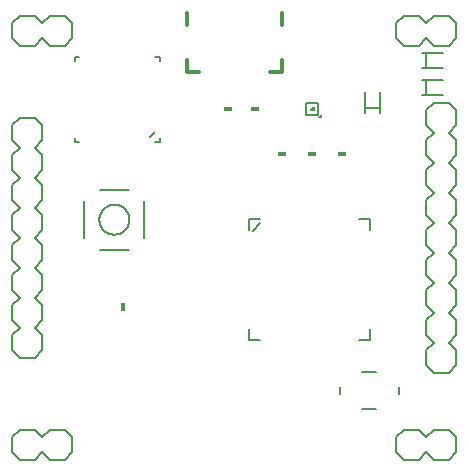
<source format=gto>
G75*
%MOIN*%
%OFA0B0*%
%FSLAX25Y25*%
%IPPOS*%
%LPD*%
%AMOC8*
5,1,8,0,0,1.08239X$1,22.5*
%
%ADD10C,0.00500*%
%ADD11C,0.00800*%
%ADD12C,0.01200*%
%ADD13R,0.01800X0.03000*%
%ADD14R,0.03000X0.01800*%
%ADD15C,0.00600*%
D10*
X0406500Y0321500D02*
X0410500Y0321500D01*
X0410500Y0325500D01*
X0406500Y0325500D01*
X0406500Y0321500D01*
X0408106Y0323106D02*
X0408894Y0323106D01*
X0408894Y0323894D01*
X0408106Y0323106D01*
X0410665Y0320547D02*
X0411453Y0320547D01*
X0411453Y0321335D01*
D11*
X0308500Y0209000D02*
X0311000Y0206500D01*
X0316000Y0206500D01*
X0318500Y0209000D01*
X0321000Y0206500D01*
X0326000Y0206500D01*
X0328500Y0209000D01*
X0328500Y0214000D01*
X0326000Y0216500D01*
X0321000Y0216500D01*
X0318500Y0214000D01*
X0316000Y0216500D01*
X0311000Y0216500D01*
X0308500Y0214000D01*
X0308500Y0209000D01*
X0311000Y0240500D02*
X0308500Y0243000D01*
X0308500Y0248000D01*
X0311000Y0250500D01*
X0308500Y0253000D01*
X0308500Y0258000D01*
X0311000Y0260500D01*
X0308500Y0263000D01*
X0308500Y0268000D01*
X0311000Y0270500D01*
X0308500Y0273000D01*
X0308500Y0278000D01*
X0311000Y0280500D01*
X0308500Y0283000D01*
X0308500Y0288000D01*
X0311000Y0290500D01*
X0308500Y0293000D01*
X0308500Y0298000D01*
X0311000Y0300500D01*
X0308500Y0303000D01*
X0308500Y0308000D01*
X0311000Y0310500D01*
X0308500Y0313000D01*
X0308500Y0318000D01*
X0311000Y0320500D01*
X0316000Y0320500D01*
X0318500Y0318000D01*
X0318500Y0313000D01*
X0316000Y0310500D01*
X0318500Y0308000D01*
X0318500Y0303000D01*
X0316000Y0300500D01*
X0318500Y0298000D01*
X0318500Y0293000D01*
X0316000Y0290500D01*
X0318500Y0288000D01*
X0318500Y0283000D01*
X0316000Y0280500D01*
X0318500Y0278000D01*
X0318500Y0273000D01*
X0316000Y0270500D01*
X0318500Y0268000D01*
X0318500Y0263000D01*
X0316000Y0260500D01*
X0318500Y0258000D01*
X0318500Y0253000D01*
X0316000Y0250500D01*
X0318500Y0248000D01*
X0318500Y0243000D01*
X0316000Y0240500D01*
X0311000Y0240500D01*
X0337618Y0276500D02*
X0347382Y0276500D01*
X0352500Y0280437D02*
X0352500Y0292563D01*
X0347500Y0296500D02*
X0337618Y0296500D01*
X0332500Y0292563D02*
X0332500Y0280437D01*
X0337500Y0286500D02*
X0337502Y0286641D01*
X0337508Y0286782D01*
X0337518Y0286922D01*
X0337532Y0287062D01*
X0337550Y0287202D01*
X0337571Y0287341D01*
X0337597Y0287480D01*
X0337626Y0287618D01*
X0337660Y0287754D01*
X0337697Y0287890D01*
X0337738Y0288025D01*
X0337783Y0288159D01*
X0337832Y0288291D01*
X0337884Y0288422D01*
X0337940Y0288551D01*
X0338000Y0288678D01*
X0338063Y0288804D01*
X0338129Y0288928D01*
X0338200Y0289051D01*
X0338273Y0289171D01*
X0338350Y0289289D01*
X0338430Y0289405D01*
X0338514Y0289518D01*
X0338600Y0289629D01*
X0338690Y0289738D01*
X0338783Y0289844D01*
X0338878Y0289947D01*
X0338977Y0290048D01*
X0339078Y0290146D01*
X0339182Y0290241D01*
X0339289Y0290333D01*
X0339398Y0290422D01*
X0339510Y0290507D01*
X0339624Y0290590D01*
X0339740Y0290670D01*
X0339859Y0290746D01*
X0339980Y0290818D01*
X0340102Y0290888D01*
X0340227Y0290953D01*
X0340353Y0291016D01*
X0340481Y0291074D01*
X0340611Y0291129D01*
X0340742Y0291181D01*
X0340875Y0291228D01*
X0341009Y0291272D01*
X0341144Y0291313D01*
X0341280Y0291349D01*
X0341417Y0291381D01*
X0341555Y0291410D01*
X0341693Y0291435D01*
X0341833Y0291455D01*
X0341973Y0291472D01*
X0342113Y0291485D01*
X0342254Y0291494D01*
X0342394Y0291499D01*
X0342535Y0291500D01*
X0342676Y0291497D01*
X0342817Y0291490D01*
X0342957Y0291479D01*
X0343097Y0291464D01*
X0343237Y0291445D01*
X0343376Y0291423D01*
X0343514Y0291396D01*
X0343652Y0291366D01*
X0343788Y0291331D01*
X0343924Y0291293D01*
X0344058Y0291251D01*
X0344192Y0291205D01*
X0344324Y0291156D01*
X0344454Y0291102D01*
X0344583Y0291045D01*
X0344710Y0290985D01*
X0344836Y0290921D01*
X0344959Y0290853D01*
X0345081Y0290782D01*
X0345201Y0290708D01*
X0345318Y0290630D01*
X0345433Y0290549D01*
X0345546Y0290465D01*
X0345657Y0290378D01*
X0345765Y0290287D01*
X0345870Y0290194D01*
X0345973Y0290097D01*
X0346073Y0289998D01*
X0346170Y0289896D01*
X0346264Y0289791D01*
X0346355Y0289684D01*
X0346443Y0289574D01*
X0346528Y0289462D01*
X0346610Y0289347D01*
X0346689Y0289230D01*
X0346764Y0289111D01*
X0346836Y0288990D01*
X0346904Y0288867D01*
X0346969Y0288742D01*
X0347031Y0288615D01*
X0347088Y0288486D01*
X0347143Y0288356D01*
X0347193Y0288225D01*
X0347240Y0288092D01*
X0347283Y0287958D01*
X0347322Y0287822D01*
X0347357Y0287686D01*
X0347389Y0287549D01*
X0347416Y0287411D01*
X0347440Y0287272D01*
X0347460Y0287132D01*
X0347476Y0286992D01*
X0347488Y0286852D01*
X0347496Y0286711D01*
X0347500Y0286570D01*
X0347500Y0286430D01*
X0347496Y0286289D01*
X0347488Y0286148D01*
X0347476Y0286008D01*
X0347460Y0285868D01*
X0347440Y0285728D01*
X0347416Y0285589D01*
X0347389Y0285451D01*
X0347357Y0285314D01*
X0347322Y0285178D01*
X0347283Y0285042D01*
X0347240Y0284908D01*
X0347193Y0284775D01*
X0347143Y0284644D01*
X0347088Y0284514D01*
X0347031Y0284385D01*
X0346969Y0284258D01*
X0346904Y0284133D01*
X0346836Y0284010D01*
X0346764Y0283889D01*
X0346689Y0283770D01*
X0346610Y0283653D01*
X0346528Y0283538D01*
X0346443Y0283426D01*
X0346355Y0283316D01*
X0346264Y0283209D01*
X0346170Y0283104D01*
X0346073Y0283002D01*
X0345973Y0282903D01*
X0345870Y0282806D01*
X0345765Y0282713D01*
X0345657Y0282622D01*
X0345546Y0282535D01*
X0345433Y0282451D01*
X0345318Y0282370D01*
X0345201Y0282292D01*
X0345081Y0282218D01*
X0344959Y0282147D01*
X0344836Y0282079D01*
X0344710Y0282015D01*
X0344583Y0281955D01*
X0344454Y0281898D01*
X0344324Y0281844D01*
X0344192Y0281795D01*
X0344058Y0281749D01*
X0343924Y0281707D01*
X0343788Y0281669D01*
X0343652Y0281634D01*
X0343514Y0281604D01*
X0343376Y0281577D01*
X0343237Y0281555D01*
X0343097Y0281536D01*
X0342957Y0281521D01*
X0342817Y0281510D01*
X0342676Y0281503D01*
X0342535Y0281500D01*
X0342394Y0281501D01*
X0342254Y0281506D01*
X0342113Y0281515D01*
X0341973Y0281528D01*
X0341833Y0281545D01*
X0341693Y0281565D01*
X0341555Y0281590D01*
X0341417Y0281619D01*
X0341280Y0281651D01*
X0341144Y0281687D01*
X0341009Y0281728D01*
X0340875Y0281772D01*
X0340742Y0281819D01*
X0340611Y0281871D01*
X0340481Y0281926D01*
X0340353Y0281984D01*
X0340227Y0282047D01*
X0340102Y0282112D01*
X0339980Y0282182D01*
X0339859Y0282254D01*
X0339740Y0282330D01*
X0339624Y0282410D01*
X0339510Y0282493D01*
X0339398Y0282578D01*
X0339289Y0282667D01*
X0339182Y0282759D01*
X0339078Y0282854D01*
X0338977Y0282952D01*
X0338878Y0283053D01*
X0338783Y0283156D01*
X0338690Y0283262D01*
X0338600Y0283371D01*
X0338514Y0283482D01*
X0338430Y0283595D01*
X0338350Y0283711D01*
X0338273Y0283829D01*
X0338200Y0283949D01*
X0338129Y0284072D01*
X0338063Y0284196D01*
X0338000Y0284322D01*
X0337940Y0284449D01*
X0337884Y0284578D01*
X0337832Y0284709D01*
X0337783Y0284841D01*
X0337738Y0284975D01*
X0337697Y0285110D01*
X0337660Y0285246D01*
X0337626Y0285382D01*
X0337597Y0285520D01*
X0337571Y0285659D01*
X0337550Y0285798D01*
X0337532Y0285938D01*
X0337518Y0286078D01*
X0337508Y0286218D01*
X0337502Y0286359D01*
X0337500Y0286500D01*
X0326000Y0344500D02*
X0321000Y0344500D01*
X0318500Y0347000D01*
X0316000Y0344500D01*
X0311000Y0344500D01*
X0308500Y0347000D01*
X0308500Y0352000D01*
X0311000Y0354500D01*
X0316000Y0354500D01*
X0318500Y0352000D01*
X0321000Y0354500D01*
X0326000Y0354500D01*
X0328500Y0352000D01*
X0328500Y0347000D01*
X0326000Y0344500D01*
X0425941Y0329043D02*
X0425941Y0323531D01*
X0431059Y0323531D01*
X0431059Y0329043D01*
X0431059Y0323531D02*
X0431059Y0321957D01*
X0425941Y0321957D02*
X0425941Y0323531D01*
X0444957Y0327941D02*
X0446531Y0327941D01*
X0446531Y0333059D01*
X0452043Y0333059D01*
X0452043Y0336941D02*
X0446531Y0336941D01*
X0446531Y0342059D01*
X0452043Y0342059D01*
X0454000Y0344500D02*
X0449000Y0344500D01*
X0446500Y0347000D01*
X0444000Y0344500D01*
X0439000Y0344500D01*
X0436500Y0347000D01*
X0436500Y0352000D01*
X0439000Y0354500D01*
X0444000Y0354500D01*
X0446500Y0352000D01*
X0449000Y0354500D01*
X0454000Y0354500D01*
X0456500Y0352000D01*
X0456500Y0347000D01*
X0454000Y0344500D01*
X0446531Y0342059D02*
X0444957Y0342059D01*
X0444957Y0336941D02*
X0446531Y0336941D01*
X0446531Y0333059D02*
X0444957Y0333059D01*
X0446531Y0327941D02*
X0452043Y0327941D01*
X0454000Y0325500D02*
X0449000Y0325500D01*
X0446500Y0323000D01*
X0446500Y0318000D01*
X0449000Y0315500D01*
X0446500Y0313000D01*
X0446500Y0308000D01*
X0449000Y0305500D01*
X0446500Y0303000D01*
X0446500Y0298000D01*
X0449000Y0295500D01*
X0446500Y0293000D01*
X0446500Y0288000D01*
X0449000Y0285500D01*
X0446500Y0283000D01*
X0446500Y0278000D01*
X0449000Y0275500D01*
X0446500Y0273000D01*
X0446500Y0268000D01*
X0449000Y0265500D01*
X0446500Y0263000D01*
X0446500Y0258000D01*
X0449000Y0255500D01*
X0446500Y0253000D01*
X0446500Y0248000D01*
X0449000Y0245500D01*
X0446500Y0243000D01*
X0446500Y0238000D01*
X0449000Y0235500D01*
X0454000Y0235500D01*
X0456500Y0238000D01*
X0456500Y0243000D01*
X0454000Y0245500D01*
X0456500Y0248000D01*
X0456500Y0253000D01*
X0454000Y0255500D01*
X0456500Y0258000D01*
X0456500Y0263000D01*
X0454000Y0265500D01*
X0456500Y0268000D01*
X0456500Y0273000D01*
X0454000Y0275500D01*
X0456500Y0278000D01*
X0456500Y0283000D01*
X0454000Y0285500D01*
X0456500Y0288000D01*
X0456500Y0293000D01*
X0454000Y0295500D01*
X0456500Y0298000D01*
X0456500Y0303000D01*
X0454000Y0305500D01*
X0456500Y0308000D01*
X0456500Y0313000D01*
X0454000Y0315500D01*
X0456500Y0318000D01*
X0456500Y0323000D01*
X0454000Y0325500D01*
X0429862Y0235799D02*
X0425138Y0235799D01*
X0417657Y0230681D02*
X0417657Y0228319D01*
X0425138Y0223201D02*
X0429862Y0223201D01*
X0437343Y0228319D02*
X0437343Y0230681D01*
X0439000Y0216500D02*
X0436500Y0214000D01*
X0436500Y0209000D01*
X0439000Y0206500D01*
X0444000Y0206500D01*
X0446500Y0209000D01*
X0449000Y0206500D01*
X0454000Y0206500D01*
X0456500Y0209000D01*
X0456500Y0214000D01*
X0454000Y0216500D01*
X0449000Y0216500D01*
X0446500Y0214000D01*
X0444000Y0216500D01*
X0439000Y0216500D01*
D12*
X0398248Y0335689D02*
X0394311Y0335689D01*
X0398220Y0335760D02*
X0398220Y0339626D01*
X0398248Y0339626D01*
X0398248Y0351437D02*
X0398248Y0355374D01*
X0366752Y0355374D02*
X0366752Y0351437D01*
X0366752Y0339626D02*
X0366752Y0335689D01*
X0370689Y0335689D01*
D13*
X0345500Y0257500D03*
D14*
X0398500Y0308500D03*
X0408500Y0308500D03*
X0418500Y0308500D03*
X0389500Y0323500D03*
X0380500Y0323500D03*
D15*
X0357700Y0313800D02*
X0357700Y0312300D01*
X0356200Y0312300D01*
X0354400Y0314100D02*
X0355900Y0315600D01*
X0330800Y0312300D02*
X0329300Y0312300D01*
X0329300Y0313800D01*
X0329300Y0339200D02*
X0329300Y0340700D01*
X0330800Y0340700D01*
X0356200Y0340700D02*
X0357700Y0340700D01*
X0357700Y0339200D01*
X0387400Y0286600D02*
X0387400Y0283100D01*
X0388700Y0282800D02*
X0391200Y0285300D01*
X0390900Y0286600D02*
X0387400Y0286600D01*
X0424100Y0286600D02*
X0427600Y0286600D01*
X0427600Y0283100D01*
X0427600Y0249900D02*
X0427600Y0246400D01*
X0424100Y0246400D01*
X0390900Y0246400D02*
X0387400Y0246400D01*
X0387400Y0249900D01*
M02*

</source>
